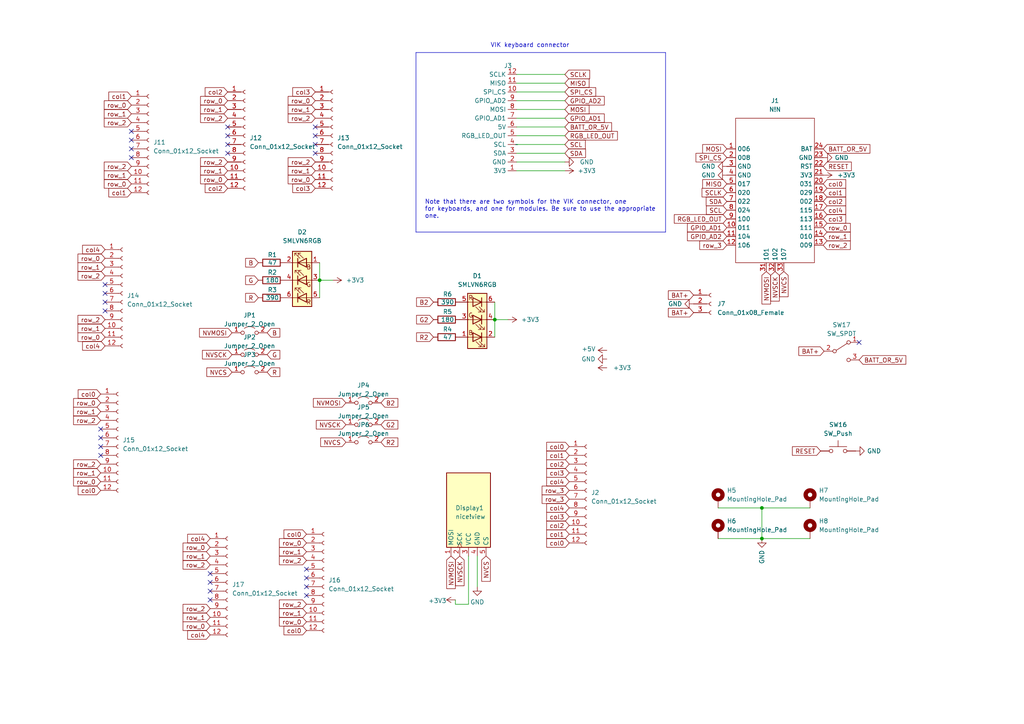
<source format=kicad_sch>
(kicad_sch (version 20231120) (generator "eeschema") (generator_version "8.0")
  (paper "A4")
  (lib_symbols
    (symbol "Connector:Conn_01x03_Female" (pin_names (offset 1.016) hide)
      (property "Reference" "J" (at 0 5.08 0))
      (property "Value" "Conn_01x03_Female" (at 0 -5.08 0))
      (symbol "Conn_01x03_Female_1_1"
        (arc (start 0 -2.032) (mid -0.5058 -2.54) (end 0 -3.048) (stroke (width 0.1524)))
        (polyline (pts (xy -1.27 -2.54) (xy -0.508 -2.54)) (stroke (width 0.1524)))
        (polyline (pts (xy -1.27 0) (xy -0.508 0)) (stroke (width 0.1524)))
        (polyline (pts (xy -1.27 2.54) (xy -0.508 2.54)) (stroke (width 0.1524)))
        (arc (start 0 0.508) (mid -0.5058 0) (end 0 -0.508) (stroke (width 0.1524)))
        (arc (start 0 3.048) (mid -0.5058 2.54) (end 0 2.032) (stroke (width 0.1524)))
        (pin passive line (at -5.08 2.54 0) (length 3.81) (name "Pin_1") (number "1"))
        (pin passive line (at -5.08 0 0) (length 3.81) (name "Pin_2") (number "2"))
        (pin passive line (at -5.08 -2.54 0) (length 3.81) (name "Pin_3") (number "3"))
      )
    )
    (symbol "Connector:Conn_01x12_Socket" (pin_names (offset 1.016) hide)
      (property "Reference" "J" (at 0 15.24 0))
      (property "Value" "Conn_01x12_Socket" (at 0 -17.78 0))
      (symbol "Conn_01x12_Socket_1_1"
        (arc (start 0 -14.732) (mid -0.5058 -15.24) (end 0 -15.748) (stroke (width 0.1524)))
        (arc (start 0 -12.192) (mid -0.5058 -12.7) (end 0 -13.208) (stroke (width 0.1524)))
        (arc (start 0 -9.652) (mid -0.5058 -10.16) (end 0 -10.668) (stroke (width 0.1524)))
        (arc (start 0 -7.112) (mid -0.5058 -7.62) (end 0 -8.128) (stroke (width 0.1524)))
        (arc (start 0 -4.572) (mid -0.5058 -5.08) (end 0 -5.588) (stroke (width 0.1524)))
        (arc (start 0 -2.032) (mid -0.5058 -2.54) (end 0 -3.048) (stroke (width 0.1524)))
        (polyline (pts (xy -1.27 -15.24) (xy -0.508 -15.24)) (stroke (width 0.1524)))
        (polyline (pts (xy -1.27 -12.7) (xy -0.508 -12.7)) (stroke (width 0.1524)))
        (polyline (pts (xy -1.27 -10.16) (xy -0.508 -10.16)) (stroke (width 0.1524)))
        (polyline (pts (xy -1.27 -7.62) (xy -0.508 -7.62)) (stroke (width 0.1524)))
        (polyline (pts (xy -1.27 -5.08) (xy -0.508 -5.08)) (stroke (width 0.1524)))
        (polyline (pts (xy -1.27 -2.54) (xy -0.508 -2.54)) (stroke (width 0.1524)))
        (polyline (pts (xy -1.27 0) (xy -0.508 0)) (stroke (width 0.1524)))
        (polyline (pts (xy -1.27 2.54) (xy -0.508 2.54)) (stroke (width 0.1524)))
        (polyline (pts (xy -1.27 5.08) (xy -0.508 5.08)) (stroke (width 0.1524)))
        (polyline (pts (xy -1.27 7.62) (xy -0.508 7.62)) (stroke (width 0.1524)))
        (polyline (pts (xy -1.27 10.16) (xy -0.508 10.16)) (stroke (width 0.1524)))
        (polyline (pts (xy -1.27 12.7) (xy -0.508 12.7)) (stroke (width 0.1524)))
        (arc (start 0 0.508) (mid -0.5058 0) (end 0 -0.508) (stroke (width 0.1524)))
        (arc (start 0 3.048) (mid -0.5058 2.54) (end 0 2.032) (stroke (width 0.1524)))
        (arc (start 0 5.588) (mid -0.5058 5.08) (end 0 4.572) (stroke (width 0.1524)))
        (arc (start 0 8.128) (mid -0.5058 7.62) (end 0 7.112) (stroke (width 0.1524)))
        (arc (start 0 10.668) (mid -0.5058 10.16) (end 0 9.652) (stroke (width 0.1524)))
        (arc (start 0 13.208) (mid -0.5058 12.7) (end 0 12.192) (stroke (width 0.1524)))
        (pin passive line (at -5.08 12.7 0) (length 3.81) (name "Pin_1") (number "1"))
        (pin passive line (at -5.08 -10.16 0) (length 3.81) (name "Pin_10") (number "10"))
        (pin passive line (at -5.08 -12.7 0) (length 3.81) (name "Pin_11") (number "11"))
        (pin passive line (at -5.08 -15.24 0) (length 3.81) (name "Pin_12") (number "12"))
        (pin passive line (at -5.08 10.16 0) (length 3.81) (name "Pin_2") (number "2"))
        (pin passive line (at -5.08 7.62 0) (length 3.81) (name "Pin_3") (number "3"))
        (pin passive line (at -5.08 5.08 0) (length 3.81) (name "Pin_4") (number "4"))
        (pin passive line (at -5.08 2.54 0) (length 3.81) (name "Pin_5") (number "5"))
        (pin passive line (at -5.08 0 0) (length 3.81) (name "Pin_6") (number "6"))
        (pin passive line (at -5.08 -2.54 0) (length 3.81) (name "Pin_7") (number "7"))
        (pin passive line (at -5.08 -5.08 0) (length 3.81) (name "Pin_8") (number "8"))
        (pin passive line (at -5.08 -7.62 0) (length 3.81) (name "Pin_9") (number "9"))
      )
    )
    (symbol "Device:R" (pin_numbers hide) (pin_names (offset 0))
      (property "Reference" "R" (at 2.032 0 90))
      (property "Value" "R" (at 0 0 90))
      (symbol "R_0_1"
        (rectangle (start -1.016 -2.54) (end 1.016 2.54) (stroke (width 0.254)))
      )
      (symbol "R_1_1"
        (pin passive line (at 0 3.81 270) (length 1.27) (name "~") (number "1"))
        (pin passive line (at 0 -3.81 90) (length 1.27) (name "~") (number "2"))
      )
    )
    (symbol "Jumper:Jumper_2_Open" (pin_names (offset 0) hide)
      (property "Reference" "JP" (at 0 2.794 0))
      (property "Value" "Jumper_2_Open" (at 0 -2.286 0))
      (symbol "Jumper_2_Open_0_0"
        (circle (center -2.032 0) (radius 0.508))
        (circle (center 2.032 0) (radius 0.508))
      )
      (symbol "Jumper_2_Open_0_1"
        (arc (start 1.524 1.27) (mid 0 1.778) (end -1.524 1.27))
      )
      (symbol "Jumper_2_Open_1_1"
        (pin passive line (at -5.08 0 0) (length 2.54) (name "A") (number "1"))
        (pin passive line (at 5.08 0 180) (length 2.54) (name "B") (number "2"))
      )
    )
    (symbol "LED:SMLVN6RGB" (pin_names (offset 0) hide)
      (property "Reference" "D2" (at 0 13.97 0))
      (property "Value" "SMLVN6RGB" (at 0 11.43 0))
      (symbol "SMLVN6RGB_0_1"
        (rectangle (start -2.794 8.382) (end 2.794 -7.62) (stroke (width 0.254)) (fill (type background)))
        (rectangle (start -1.27 -1.27) (end -1.27 1.27))
        (rectangle (start -1.27 1.27) (end -1.27 1.27))
        (rectangle (start -1.27 3.81) (end -1.27 6.35))
        (rectangle (start -1.27 6.35) (end -1.27 6.35))
        (polyline (pts (xy -1.27 -6.35) (xy -1.27 -3.81)) (stroke (width 0.254)))
        (polyline (pts (xy -1.27 -5.08) (xy -2.54 -5.08)))
        (polyline (pts (xy -1.27 -5.08) (xy 1.27 -5.08)))
        (polyline (pts (xy -1.27 -1.27) (xy -1.27 1.27)) (stroke (width 0.254)))
        (polyline (pts (xy -1.27 0) (xy -2.54 0)))
        (polyline (pts (xy -1.27 3.81) (xy -1.27 6.35)) (stroke (width 0.254)))
        (polyline (pts (xy -1.27 5.08) (xy -2.54 5.08)))
        (polyline (pts (xy -1.27 5.08) (xy 1.27 5.08)))
        (polyline (pts (xy 1.27 -5.08) (xy 2.54 -5.08)))
        (polyline (pts (xy 1.27 0) (xy -1.27 0)))
        (polyline (pts (xy 1.27 0) (xy 2.54 0)))
        (polyline (pts (xy 1.27 5.08) (xy 2.54 5.08)))
        (polyline (pts (xy 1.27 1.27) (xy 1.27 -1.27) (xy 1.27 -1.27)))
        (polyline (pts (xy 1.27 6.35) (xy 1.27 3.81) (xy 1.27 3.81)))
        (polyline (pts (xy 1.27 -6.35) (xy 1.27 -3.81) (xy -1.27 -5.08) (xy 1.27 -6.35)) (stroke (width 0.254)))
        (polyline (pts (xy 1.27 -1.27) (xy 1.27 1.27) (xy -1.27 0) (xy 1.27 -1.27)) (stroke (width 0.254)))
        (polyline (pts (xy 1.27 3.81) (xy 1.27 6.35) (xy -1.27 5.08) (xy 1.27 3.81)) (stroke (width 0.254)))
        (polyline (pts (xy -0.635 6.35) (xy -2.159 7.874) (xy -1.397 7.874) (xy -2.159 7.874) (xy -2.159 7.112)))
        (polyline (pts (xy -0.5395 -3.7331) (xy -2.0635 -2.2091) (xy -1.3015 -2.2091) (xy -2.0635 -2.2091) (xy -2.0635 -2.9711)))
        (polyline (pts (xy -0.5395 1.3469) (xy -2.0635 2.8709) (xy -1.3015 2.8709) (xy -2.0635 2.8709) (xy -2.0635 2.1089)))
        (polyline (pts (xy 0.381 6.35) (xy -1.143 7.874) (xy -0.381 7.874) (xy -1.143 7.874) (xy -1.143 7.112)))
        (polyline (pts (xy 0.4765 -3.7331) (xy -1.0475 -2.2091) (xy -0.2855 -2.2091) (xy -1.0475 -2.2091) (xy -1.0475 -2.9711)))
        (polyline (pts (xy 0.4765 1.3469) (xy -1.0475 2.8709) (xy -0.2855 2.8709) (xy -1.0475 2.8709) (xy -1.0475 2.1089)))
      )
      (symbol "SMLVN6RGB_1_0"
        (text "B" (at 1.905 3.81 0) (effects (font (size 1.27 1.27))))
        (text "G" (at 1.905 -1.27 0) (effects (font (size 1.27 1.27))))
        (text "R" (at 1.905 -6.35 0) (effects (font (size 1.27 1.27))))
      )
      (symbol "SMLVN6RGB_1_1"
        (pin passive line (at 5.08 5.08 180) (length 2.54) (name "BK") (number "1"))
        (pin passive line (at -5.08 5.08 0) (length 2.54) (name "BA") (number "2"))
        (pin passive line (at 5.08 0 180) (length 2.54) (name "RK") (number "3"))
        (pin passive line (at -5.08 0 0) (length 2.54) (name "RA") (number "4"))
        (pin passive line (at 5.08 -5.08 180) (length 2.54) (name "GK") (number "5"))
        (pin passive line (at -5.08 -5.08 0) (length 2.54) (name "GA") (number "6"))
      )
    )
    (symbol "Mechanical:MountingHole_Pad" (pin_numbers hide) (pin_names (offset 1.016) hide) (exclude_from_sim yes) (in_bom no)
      (property "Reference" "H" (at 0 6.35 0))
      (property "Value" "MountingHole_Pad" (at 0 4.445 0))
      (symbol "MountingHole_Pad_0_1"
        (circle (center 0 1.27) (radius 1.27) (stroke (width 1.27)))
      )
      (symbol "MountingHole_Pad_1_1"
        (pin input line (at 0 -2.54 90) (length 2.54) (name "1") (number "1"))
      )
    )
    (symbol "Switch:SW_Push" (pin_numbers hide) (pin_names (offset 1.016) hide)
      (property "Reference" "SW" (at 1.27 2.54 0))
      (property "Value" "SW_Push" (at 0 -1.524 0))
      (symbol "SW_Push_0_1"
        (circle (center -2.032 0) (radius 0.508))
        (polyline (pts (xy 0 1.27) (xy 0 3.048)))
        (polyline (pts (xy 2.54 1.27) (xy -2.54 1.27)))
        (circle (center 2.032 0) (radius 0.508))
        (pin passive line (at -5.08 0 0) (length 2.54) (name "1") (number "1"))
        (pin passive line (at 5.08 0 180) (length 2.54) (name "2") (number "2"))
      )
    )
    (symbol "Switch:SW_SPDT" (pin_names (offset 0) hide)
      (property "Reference" "SW" (at 0 4.318 0))
      (property "Value" "SW_SPDT" (at 0 -5.08 0))
      (symbol "SW_SPDT_0_0"
        (circle (center -2.032 0) (radius 0.508))
        (circle (center 2.032 -2.54) (radius 0.508))
      )
      (symbol "SW_SPDT_0_1"
        (polyline (pts (xy -1.524 0.254) (xy 1.651 2.286)))
        (circle (center 2.032 2.54) (radius 0.508))
      )
      (symbol "SW_SPDT_1_1"
        (pin passive line (at 5.08 2.54 180) (length 2.54) (name "A") (number "1"))
        (pin passive line (at -5.08 0 0) (length 2.54) (name "B") (number "2"))
        (pin passive line (at 5.08 -2.54 180) (length 2.54) (name "C") (number "3"))
      )
    )
    (symbol "nice_view:nice!view"
      (property "Reference" "Display" (at 0 12.7 0))
      (property "Value" "nice!view" (at 0 0 0))
      (symbol "nice!view_0_1"
        (rectangle (start -6.35 11.43) (end 6.35 -10.16) (stroke (width 0.254)) (fill (type background)))
      )
      (symbol "nice!view_1_1"
        (pin input line (at -5.08 -12.7 90) (length 2.54) (name "MOSI") (number "1"))
        (pin input clock (at -2.54 -12.7 90) (length 2.54) (name "SCK") (number "2"))
        (pin power_in line (at 0 -12.7 90) (length 2.54) (name "VCC") (number "3"))
        (pin power_out line (at 2.54 -12.7 90) (length 2.54) (name "GND") (number "4"))
        (pin passive line (at 5.08 -12.7 90) (length 2.54) (name "CS") (number "5"))
      )
    )
    (symbol "power:+3V3" (power) (pin_names (offset 0))
      (property "Value" "+3V3" (at 0 3.556 0))
      (symbol "+3V3_0_1"
        (polyline (pts (xy -0.762 1.27) (xy 0 2.54)))
        (polyline (pts (xy 0 0) (xy 0 2.54)))
        (polyline (pts (xy 0 2.54) (xy 0.762 1.27)))
      )
      (symbol "+3V3_1_1"
        (pin power_in line (at 0 0 90) (length 0) hide (name "+3V3") (number "1"))
      )
    )
    (symbol "power:+5V" (power) (pin_names (offset 0))
      (property "Value" "+5V" (at 0 3.556 0))
      (symbol "+5V_0_1"
        (polyline (pts (xy -0.762 1.27) (xy 0 2.54)))
        (polyline (pts (xy 0 0) (xy 0 2.54)))
        (polyline (pts (xy 0 2.54) (xy 0.762 1.27)))
      )
      (symbol "+5V_1_1"
        (pin power_in line (at 0 0 90) (length 0) hide (name "+5V") (number "1"))
      )
    )
    (symbol "power:GND" (power) (pin_names (offset 0))
      (property "Value" "GND" (at 0 -3.81 0))
      (symbol "GND_0_1"
        (polyline (pts (xy 0 0) (xy 0 -1.27) (xy 1.27 -1.27) (xy 0 -2.54) (xy -1.27 -1.27) (xy 0 -1.27)))
      )
      (symbol "GND_1_1"
        (pin power_in line (at 0 0 270) (length 0) hide (name "GND") (number "1"))
      )
    )
    (symbol "vik:vik-keyboard-connector"
      (property "Reference" "J" (at 0 17.78 0))
      (symbol "vik-keyboard-connector_1_1"
        (pin power_out line (at 0 13.97 0) (length 2.54) (name "3V3") (number "1"))
        (pin output line (at 0 -8.89 0) (length 2.54) (name "SPI_CS") (number "10"))
        (pin output line (at 0 -11.43 0) (length 2.54) (name "MISO") (number "11"))
        (pin output line (at 0 -13.97 0) (length 2.54) (name "SCLK") (number "12"))
        (pin power_out line (at 0 11.43 0) (length 2.54) (name "GND") (number "2"))
        (pin output line (at 0 8.89 0) (length 2.54) (name "SDA") (number "3"))
        (pin output line (at 0 6.35 0) (length 2.54) (name "SCL") (number "4"))
        (pin output line (at 0 3.81 0) (length 2.54) (name "RGB_LED_OUT") (number "5"))
        (pin power_out line (at 0 1.27 0) (length 2.54) (name "5V") (number "6"))
        (pin output line (at 0 -1.27 0) (length 2.54) (name "GPIO_AD1") (number "7"))
        (pin output line (at 0 -3.81 0) (length 2.54) (name "MOSI") (number "8"))
        (pin output line (at 0 -6.35 0) (length 2.54) (name "GPIO_AD2") (number "9"))
      )
    )
    (symbol "zzkeeb:MCU_nice-nano"
      (property "Reference" "J?" (at -1.27 0 0))
      (property "Value" "N!N" (at -1.27 -2.54 0))
      (symbol "MCU_nice-nano_0_1"
        (rectangle (start -11.43 21.59) (end 11.43 -20.32) (stroke (width 0.1524)))
      )
      (symbol "MCU_nice-nano_1_1"
        (pin bidirectional line (at -13.97 12.7 0) (length 2.54) (name "006") (number "1"))
        (pin bidirectional line (at -13.97 -10.16 0) (length 2.54) (name "011") (number "10"))
        (pin bidirectional line (at -13.97 -12.7 0) (length 2.54) (name "104") (number "11"))
        (pin bidirectional line (at -13.97 -15.24 0) (length 2.54) (name "106") (number "12"))
        (pin bidirectional line (at 13.97 -15.24 180) (length 2.54) (name "009") (number "13"))
        (pin bidirectional line (at 13.97 -12.7 180) (length 2.54) (name "010") (number "14"))
        (pin bidirectional line (at 13.97 -10.16 180) (length 2.54) (name "111") (number "15"))
        (pin bidirectional line (at 13.97 -7.62 180) (length 2.54) (name "113") (number "16"))
        (pin bidirectional line (at 13.97 -5.08 180) (length 2.54) (name "115") (number "17"))
        (pin bidirectional line (at 13.97 -2.54 180) (length 2.54) (name "002") (number "18"))
        (pin bidirectional line (at 13.97 0 180) (length 2.54) (name "029") (number "19"))
        (pin bidirectional line (at -13.97 10.16 0) (length 2.54) (name "008") (number "2"))
        (pin bidirectional line (at 13.97 2.54 180) (length 2.54) (name "031") (number "20"))
        (pin power_in line (at 13.97 5.08 180) (length 2.54) (name "3V3") (number "21"))
        (pin bidirectional line (at 13.97 7.62 180) (length 2.54) (name "RST") (number "22"))
        (pin power_in line (at 13.97 10.16 180) (length 2.54) (name "GND") (number "23"))
        (pin power_in line (at 13.97 12.7 180) (length 2.54) (name "BAT") (number "24"))
        (pin power_in line (at -13.97 7.62 0) (length 2.54) (name "GND") (number "3"))
        (pin bidirectional line (at -2.54 -22.86 90) (length 2.54) (name "101") (number "31"))
        (pin bidirectional line (at 0 -22.86 90) (length 2.54) (name "102") (number "32"))
        (pin bidirectional line (at 2.54 -22.86 90) (length 2.54) (name "107") (number "33"))
        (pin power_in line (at -13.97 5.08 0) (length 2.54) (name "GND") (number "4"))
        (pin bidirectional line (at -13.97 2.54 0) (length 2.54) (name "017") (number "5"))
        (pin bidirectional line (at -13.97 0 0) (length 2.54) (name "020") (number "6"))
        (pin bidirectional line (at -13.97 -2.54 0) (length 2.54) (name "022") (number "7"))
        (pin bidirectional line (at -13.97 -5.08 0) (length 2.54) (name "024") (number "8"))
        (pin bidirectional line (at -13.97 -7.62 0) (length 2.54) (name "100") (number "9"))
      )
    )
  )
  (junction (at 143.51 92.71))
  (junction (at 220.98 147.32))
  (junction (at 92.71 81.28))
  (junction (at 220.98 156.21))
  (no_connect (at 30.48 82.55))
  (no_connect (at 249.174 99.314))
  (no_connect (at 60.96 168.91))
  (no_connect (at 88.9 170.18))
  (no_connect (at 88.9 172.72))
  (no_connect (at 29.21 132.08))
  (no_connect (at 88.9 165.1))
  (no_connect (at 38.1 40.64))
  (no_connect (at 38.1 43.18))
  (no_connect (at 30.48 90.17))
  (no_connect (at 38.1 38.1))
  (no_connect (at 91.44 41.91))
  (no_connect (at 38.1 45.72))
  (no_connect (at 66.04 41.91))
  (no_connect (at 66.04 36.83))
  (no_connect (at 66.04 44.45))
  (no_connect (at 30.48 87.63))
  (no_connect (at 66.04 39.37))
  (no_connect (at 29.21 124.46))
  (no_connect (at 60.96 173.99))
  (no_connect (at 30.48 85.09))
  (no_connect (at 91.44 39.37))
  (no_connect (at 91.44 36.83))
  (no_connect (at 91.44 44.45))
  (no_connect (at 60.96 166.37))
  (no_connect (at 29.21 129.54))
  (no_connect (at 60.96 171.45))
  (no_connect (at 29.21 127))
  (no_connect (at 88.9 167.64))
  (wire (pts (xy 149.86 36.83) (xy 163.83 36.83)))
  (wire (pts (xy 149.86 26.67) (xy 163.83 26.67)))
  (wire (pts (xy 149.86 41.91) (xy 163.83 41.91)))
  (wire (pts (xy 220.98 147.32) (xy 234.95 147.32)))
  (wire (pts (xy 135.89 161.29) (xy 135.89 175.26)))
  (wire (pts (xy 149.86 46.99) (xy 163.83 46.99)))
  (wire (pts (xy 149.86 49.53) (xy 163.83 49.53)))
  (wire (pts (xy 143.51 87.63) (xy 143.51 92.71)))
  (wire (pts (xy 149.86 31.75) (xy 163.83 31.75)))
  (polyline (pts (xy 120.65 15.24) (xy 120.65 67.31)))
  (wire (pts (xy 96.52 81.28) (xy 92.71 81.28)))
  (polyline (pts (xy 193.04 15.24) (xy 193.04 67.31)))
  (wire (pts (xy 149.86 24.13) (xy 163.83 24.13)))
  (wire (pts (xy 135.89 175.26) (xy 132.08 175.26)))
  (wire (pts (xy 149.86 34.29) (xy 163.83 34.29)))
  (wire (pts (xy 149.86 39.37) (xy 163.83 39.37)))
  (wire (pts (xy 143.51 92.71) (xy 143.51 97.79)))
  (wire (pts (xy 92.71 76.2) (xy 92.71 81.28)))
  (wire (pts (xy 92.71 81.28) (xy 92.71 86.36)))
  (wire (pts (xy 220.98 147.32) (xy 220.98 156.21)))
  (wire (pts (xy 220.98 156.21) (xy 234.95 156.21)))
  (wire (pts (xy 138.43 161.29) (xy 138.43 170.18)))
  (wire (pts (xy 132.08 175.26) (xy 132.08 173.99)))
  (polyline (pts (xy 120.65 15.24) (xy 193.04 15.24)))
  (wire (pts (xy 208.28 156.21) (xy 220.98 156.21)))
  (wire (pts (xy 147.32 92.71) (xy 143.51 92.71)))
  (wire (pts (xy 149.86 21.59) (xy 163.83 21.59)))
  (polyline (pts (xy 193.04 67.31) (xy 120.65 67.31)))
  (wire (pts (xy 149.86 44.45) (xy 163.83 44.45)))
  (wire (pts (xy 208.28 147.32) (xy 220.98 147.32)))
  (wire (pts (xy 149.86 29.21) (xy 163.83 29.21)))
  (text "Note that there are two symbols for the VIK connector, one\nfor keyboards, and one for modules. Be sure to use the appropriate\none." (at 123.19 63.5 0) (effects (font (size 1.27 1.27)) (justify left bottom)))
  (text "VIK keyboard connector" (at 142.24 13.97 0) (effects (font (size 1.27 1.27)) (justify left bottom)))
  (global_label "G2" (shape input) (at 125.73 92.71 180) (property "Intersheetrefs" "${INTERSHEET_REFS}" (effects (hide yes))))
  (global_label "MOSI" (shape input) (at 163.83 31.75 0) (property "Intersheetrefs" "${INTERSHEET_REFS}" (effects (hide yes))))
  (global_label "row_0" (shape input) (at 60.96 181.61 180) (property "Intersheetrefs" "${INTERSHEET_REFS}" (effects (hide yes))))
  (global_label "row_0" (shape input) (at 30.48 97.79 180) (property "Intersheetrefs" "${INTERSHEET_REFS}" (effects (hide yes))))
  (global_label "GPIO_AD2" (shape input) (at 163.83 29.21 0) (property "Intersheetrefs" "${INTERSHEET_REFS}" (effects (hide yes))))
  (global_label "col3" (shape input) (at 91.44 26.67 180) (property "Intersheetrefs" "${INTERSHEET_REFS}" (effects (hide yes))))
  (global_label "row_0" (shape input) (at 88.9 157.48 180) (property "Intersheetrefs" "${INTERSHEET_REFS}" (effects (hide yes))))
  (global_label "row_2" (shape input) (at 91.44 34.29 180) (property "Intersheetrefs" "${INTERSHEET_REFS}" (effects (hide yes))))
  (global_label "GPIO_AD2" (shape input) (at 210.82 68.58 180) (property "Intersheetrefs" "${INTERSHEET_REFS}" (effects (hide yes))))
  (global_label "MOSI" (shape input) (at 210.82 43.18 180) (property "Intersheetrefs" "${INTERSHEET_REFS}" (effects (hide yes))))
  (global_label "col3" (shape input) (at 91.44 54.61 180) (property "Intersheetrefs" "${INTERSHEET_REFS}" (effects (hide yes))))
  (global_label "SCLK" (shape input) (at 163.83 21.59 0) (property "Intersheetrefs" "${INTERSHEET_REFS}" (effects (hide yes))))
  (global_label "col0" (shape input) (at 165.1 157.48 180) (property "Intersheetrefs" "${INTERSHEET_REFS}" (effects (hide yes))))
  (global_label "col4" (shape input) (at 60.96 156.21 180) (property "Intersheetrefs" "${INTERSHEET_REFS}" (effects (hide yes))))
  (global_label "RGB_LED_OUT" (shape input) (at 210.82 63.5 180) (property "Intersheetrefs" "${INTERSHEET_REFS}" (effects (hide yes))))
  (global_label "col1" (shape input) (at 38.1 27.94 180) (property "Intersheetrefs" "${INTERSHEET_REFS}" (effects (hide yes))))
  (global_label "col4" (shape input) (at 165.1 147.32 180) (property "Intersheetrefs" "${INTERSHEET_REFS}" (effects (hide yes))))
  (global_label "MISO" (shape input) (at 210.82 53.34 180) (property "Intersheetrefs" "${INTERSHEET_REFS}" (effects (hide yes))))
  (global_label "RESET" (shape input) (at 237.998 130.81 180) (property "Intersheetrefs" "${INTERSHEET_REFS}" (effects (hide yes))))
  (global_label "NVCS" (shape input) (at 140.97 161.29 270) (property "Intersheetrefs" "${INTERSHEET_REFS}" (effects (hide yes))))
  (global_label "row_0" (shape input) (at 29.21 139.7 180) (property "Intersheetrefs" "${INTERSHEET_REFS}" (effects (hide yes))))
  (global_label "row_2" (shape input) (at 66.04 34.29 180) (property "Intersheetrefs" "${INTERSHEET_REFS}" (effects (hide yes))))
  (global_label "R" (shape input) (at 74.93 86.36 180) (property "Intersheetrefs" "${INTERSHEET_REFS}" (effects (hide yes))))
  (global_label "R" (shape input) (at 77.47 107.95 0) (property "Intersheetrefs" "${INTERSHEET_REFS}" (effects (hide yes))))
  (global_label "col0" (shape input) (at 238.76 53.34 0) (property "Intersheetrefs" "${INTERSHEET_REFS}" (effects (hide yes))))
  (global_label "row_0" (shape input) (at 66.04 29.21 180) (property "Intersheetrefs" "${INTERSHEET_REFS}" (effects (hide yes))))
  (global_label "row_1" (shape input) (at 60.96 179.07 180) (property "Intersheetrefs" "${INTERSHEET_REFS}" (effects (hide yes))))
  (global_label "row_0" (shape input) (at 38.1 53.34 180) (property "Intersheetrefs" "${INTERSHEET_REFS}" (effects (hide yes))))
  (global_label "NVSCK" (shape input) (at 224.79 78.74 270) (property "Intersheetrefs" "${INTERSHEET_REFS}" (effects (hide yes))))
  (global_label "SCL" (shape input) (at 210.82 60.96 180) (property "Intersheetrefs" "${INTERSHEET_REFS}" (effects (hide yes))))
  (global_label "BATT_OR_5V" (shape input) (at 249.174 104.394 0) (property "Intersheetrefs" "${INTERSHEET_REFS}" (effects (hide yes))))
  (global_label "row_1" (shape input) (at 30.48 95.25 180) (property "Intersheetrefs" "${INTERSHEET_REFS}" (effects (hide yes))))
  (global_label "BAT+" (shape input) (at 201.168 90.678 180) (property "Intersheetrefs" "${INTERSHEET_REFS}" (effects (hide yes))))
  (global_label "G" (shape input) (at 74.93 81.28 180) (property "Intersheetrefs" "${INTERSHEET_REFS}" (effects (hide yes))))
  (global_label "NVMOSI" (shape input) (at 67.31 96.52 180) (property "Intersheetrefs" "${INTERSHEET_REFS}" (effects (hide yes))))
  (global_label "col2" (shape input) (at 66.04 26.67 180) (property "Intersheetrefs" "${INTERSHEET_REFS}" (effects (hide yes))))
  (global_label "col4" (shape input) (at 60.96 184.15 180) (property "Intersheetrefs" "${INTERSHEET_REFS}" (effects (hide yes))))
  (global_label "row_1" (shape input) (at 66.04 31.75 180) (property "Intersheetrefs" "${INTERSHEET_REFS}" (effects (hide yes))))
  (global_label "col2" (shape input) (at 165.1 134.62 180) (property "Intersheetrefs" "${INTERSHEET_REFS}" (effects (hide yes))))
  (global_label "row_0" (shape input) (at 91.44 52.07 180) (property "Intersheetrefs" "${INTERSHEET_REFS}" (effects (hide yes))))
  (global_label "B" (shape input) (at 77.47 96.52 0) (property "Intersheetrefs" "${INTERSHEET_REFS}" (effects (hide yes))))
  (global_label "col3" (shape input) (at 238.76 63.5 0) (property "Intersheetrefs" "${INTERSHEET_REFS}" (effects (hide yes))))
  (global_label "GPIO_AD1" (shape input) (at 210.82 66.04 180) (property "Intersheetrefs" "${INTERSHEET_REFS}" (effects (hide yes))))
  (global_label "NVSCK" (shape input) (at 133.35 161.29 270) (property "Intersheetrefs" "${INTERSHEET_REFS}" (effects (hide yes))))
  (global_label "NVCS" (shape input) (at 67.31 107.95 180) (property "Intersheetrefs" "${INTERSHEET_REFS}" (effects (hide yes))))
  (global_label "row_1" (shape input) (at 238.76 68.58 0) (property "Intersheetrefs" "${INTERSHEET_REFS}" (effects (hide yes))))
  (global_label "row_0" (shape input) (at 29.21 116.84 180) (property "Intersheetrefs" "${INTERSHEET_REFS}" (effects (hide yes))))
  (global_label "row_3" (shape input) (at 210.82 71.12 180) (property "Intersheetrefs" "${INTERSHEET_REFS}" (effects (hide yes))))
  (global_label "col2" (shape input) (at 165.1 152.4 180) (property "Intersheetrefs" "${INTERSHEET_REFS}" (effects (hide yes))))
  (global_label "BAT+" (shape input) (at 239.014 101.854 180) (property "Intersheetrefs" "${INTERSHEET_REFS}" (effects (hide yes))))
  (global_label "B" (shape input) (at 74.93 76.2 180) (property "Intersheetrefs" "${INTERSHEET_REFS}" (effects (hide yes))))
  (global_label "B2" (shape input) (at 110.49 116.84 0) (property "Intersheetrefs" "${INTERSHEET_REFS}" (effects (hide yes))))
  (global_label "row_2" (shape input) (at 38.1 48.26 180) (property "Intersheetrefs" "${INTERSHEET_REFS}" (effects (hide yes))))
  (global_label "NVCS" (shape input) (at 227.33 78.74 270) (property "Intersheetrefs" "${INTERSHEET_REFS}" (effects (hide yes))))
  (global_label "row_2" (shape input) (at 60.96 163.83 180) (property "Intersheetrefs" "${INTERSHEET_REFS}" (effects (hide yes))))
  (global_label "col0" (shape input) (at 88.9 182.88 180) (property "Intersheetrefs" "${INTERSHEET_REFS}" (effects (hide yes))))
  (global_label "row_1" (shape input) (at 60.96 161.29 180) (property "Intersheetrefs" "${INTERSHEET_REFS}" (effects (hide yes))))
  (global_label "row_2" (shape input) (at 30.48 92.71 180) (property "Intersheetrefs" "${INTERSHEET_REFS}" (effects (hide yes))))
  (global_label "NVCS" (shape input) (at 100.33 128.27 180) (property "Intersheetrefs" "${INTERSHEET_REFS}" (effects (hide yes))))
  (global_label "SPI_CS" (shape input) (at 163.83 26.67 0) (property "Intersheetrefs" "${INTERSHEET_REFS}" (effects (hide yes))))
  (global_label "RGB_LED_OUT" (shape input) (at 163.83 39.37 0) (property "Intersheetrefs" "${INTERSHEET_REFS}" (effects (hide yes))))
  (global_label "R2" (shape input) (at 110.49 128.27 0) (property "Intersheetrefs" "${INTERSHEET_REFS}" (effects (hide yes))))
  (global_label "row_2" (shape input) (at 29.21 134.62 180) (property "Intersheetrefs" "${INTERSHEET_REFS}" (effects (hide yes))))
  (global_label "row_2" (shape input) (at 88.9 175.26 180) (property "Intersheetrefs" "${INTERSHEET_REFS}" (effects (hide yes))))
  (global_label "row_3" (shape input) (at 165.1 144.78 180) (property "Intersheetrefs" "${INTERSHEET_REFS}" (effects (hide yes))))
  (global_label "col3" (shape input) (at 165.1 137.16 180) (property "Intersheetrefs" "${INTERSHEET_REFS}" (effects (hide yes))))
  (global_label "row_2" (shape input) (at 238.76 71.12 0) (property "Intersheetrefs" "${INTERSHEET_REFS}" (effects (hide yes))))
  (global_label "row_0" (shape input) (at 38.1 30.48 180) (property "Intersheetrefs" "${INTERSHEET_REFS}" (effects (hide yes))))
  (global_label "GPIO_AD1" (shape input) (at 163.83 34.29 0) (property "Intersheetrefs" "${INTERSHEET_REFS}" (effects (hide yes))))
  (global_label "SCL" (shape input) (at 163.83 41.91 0) (property "Intersheetrefs" "${INTERSHEET_REFS}" (effects (hide yes))))
  (global_label "row_3" (shape input) (at 165.1 142.24 180) (property "Intersheetrefs" "${INTERSHEET_REFS}" (effects (hide yes))))
  (global_label "col4" (shape input) (at 30.48 72.39 180) (property "Intersheetrefs" "${INTERSHEET_REFS}" (effects (hide yes))))
  (global_label "MISO" (shape input) (at 163.83 24.13 0) (property "Intersheetrefs" "${INTERSHEET_REFS}" (effects (hide yes))))
  (global_label "col3" (shape input) (at 165.1 149.86 180) (property "Intersheetrefs" "${INTERSHEET_REFS}" (effects (hide yes))))
  (global_label "row_1" (shape input) (at 38.1 33.02 180) (property "Intersheetrefs" "${INTERSHEET_REFS}" (effects (hide yes))))
  (global_label "row_1" (shape input) (at 29.21 137.16 180) (property "Intersheetrefs" "${INTERSHEET_REFS}" (effects (hide yes))))
  (global_label "col1" (shape input) (at 165.1 132.08 180) (property "Intersheetrefs" "${INTERSHEET_REFS}" (effects (hide yes))))
  (global_label "col1" (shape input) (at 38.1 55.88 180) (property "Intersheetrefs" "${INTERSHEET_REFS}" (effects (hide yes))))
  (global_label "NVMOSI" (shape input) (at 222.25 78.74 270) (property "Intersheetrefs" "${INTERSHEET_REFS}" (effects (hide yes))))
  (global_label "row_1" (shape input) (at 30.48 77.47 180) (property "Intersheetrefs" "${INTERSHEET_REFS}" (effects (hide yes))))
  (global_label "BATT_OR_5V" (shape input) (at 163.83 36.83 0) (property "Intersheetrefs" "${INTERSHEET_REFS}" (effects (hide yes))))
  (global_label "row_0" (shape input) (at 238.76 66.04 0) (property "Intersheetrefs" "${INTERSHEET_REFS}" (effects (hide yes))))
  (global_label "row_0" (shape input) (at 88.9 180.34 180) (property "Intersheetrefs" "${INTERSHEET_REFS}" (effects (hide yes))))
  (global_label "SPI_CS" (shape input) (at 210.82 45.72 180) (property "Intersheetrefs" "${INTERSHEET_REFS}" (effects (hide yes))))
  (global_label "NVMOSI" (shape input) (at 100.33 116.84 180) (property "Intersheetrefs" "${INTERSHEET_REFS}" (effects (hide yes))))
  (global_label "row_0" (shape input) (at 66.04 52.07 180) (property "Intersheetrefs" "${INTERSHEET_REFS}" (effects (hide yes))))
  (global_label "row_2" (shape input) (at 91.44 46.99 180) (property "Intersheetrefs" "${INTERSHEET_REFS}" (effects (hide yes))))
  (global_label "NVMOSI" (shape input) (at 130.81 161.29 270) (property "Intersheetrefs" "${INTERSHEET_REFS}" (effects (hide yes))))
  (global_label "row_1" (shape input) (at 91.44 31.75 180) (property "Intersheetrefs" "${INTERSHEET_REFS}" (effects (hide yes))))
  (global_label "row_1" (shape input) (at 38.1 50.8 180) (property "Intersheetrefs" "${INTERSHEET_REFS}" (effects (hide yes))))
  (global_label "row_1" (shape input) (at 29.21 119.38 180) (property "Intersheetrefs" "${INTERSHEET_REFS}" (effects (hide yes))))
  (global_label "row_0" (shape input) (at 30.48 74.93 180) (property "Intersheetrefs" "${INTERSHEET_REFS}" (effects (hide yes))))
  (global_label "G" (shape input) (at 77.47 102.87 0) (property "Intersheetrefs" "${INTERSHEET_REFS}" (effects (hide yes))))
  (global_label "SDA" (shape input) (at 163.83 44.45 0) (property "Intersheetrefs" "${INTERSHEET_REFS}" (effects (hide yes))))
  (global_label "row_2" (shape input) (at 60.96 176.53 180) (property "Intersheetrefs" "${INTERSHEET_REFS}" (effects (hide yes))))
  (global_label "col0" (shape input) (at 29.21 114.3 180) (property "Intersheetrefs" "${INTERSHEET_REFS}" (effects (hide yes))))
  (global_label "R2" (shape input) (at 125.73 97.79 180) (property "Intersheetrefs" "${INTERSHEET_REFS}" (effects (hide yes))))
  (global_label "row_2" (shape input) (at 29.21 121.92 180) (property "Intersheetrefs" "${INTERSHEET_REFS}" (effects (hide yes))))
  (global_label "RESET" (shape input) (at 238.76 48.26 0) (property "Intersheetrefs" "${INTERSHEET_REFS}" (effects (hide yes))))
  (global_label "col4" (shape input) (at 165.1 139.7 180) (property "Intersheetrefs" "${INTERSHEET_REFS}" (effects (hide yes))))
  (global_label "G2" (shape input) (at 110.49 123.19 0) (property "Intersheetrefs" "${INTERSHEET_REFS}" (effects (hide yes))))
  (global_label "NVSCK" (shape input) (at 67.31 102.87 180) (property "Intersheetrefs" "${INTERSHEET_REFS}" (effects (hide yes))))
  (global_label "row_1" (shape input) (at 88.9 160.02 180) (property "Intersheetrefs" "${INTERSHEET_REFS}" (effects (hide yes))))
  (global_label "BAT+" (shape input) (at 201.168 85.598 180) (property "Intersheetrefs" "${INTERSHEET_REFS}" (effects (hide yes))))
  (global_label "col4" (shape input) (at 30.48 100.33 180) (property "Intersheetrefs" "${INTERSHEET_REFS}" (effects (hide yes))))
  (global_label "row_1" (shape input) (at 91.44 49.53 180) (property "Intersheetrefs" "${INTERSHEET_REFS}" (effects (hide yes))))
  (global_label "col0" (shape input) (at 88.9 154.94 180) (property "Intersheetrefs" "${INTERSHEET_REFS}" (effects (hide yes))))
  (global_label "NVSCK" (shape input) (at 100.33 123.19 180) (property "Intersheetrefs" "${INTERSHEET_REFS}" (effects (hide yes))))
  (global_label "row_2" (shape input) (at 88.9 162.56 180) (property "Intersheetrefs" "${INTERSHEET_REFS}" (effects (hide yes))))
  (global_label "row_0" (shape input) (at 60.96 158.75 180) (property "Intersheetrefs" "${INTERSHEET_REFS}" (effects (hide yes))))
  (global_label "row_2" (shape input) (at 66.04 46.99 180) (property "Intersheetrefs" "${INTERSHEET_REFS}" (effects (hide yes))))
  (global_label "col2" (shape input) (at 238.76 58.42 0) (property "Intersheetrefs" "${INTERSHEET_REFS}" (effects (hide yes))))
  (global_label "BATT_OR_5V" (shape input) (at 238.76 43.18 0) (property "Intersheetrefs" "${INTERSHEET_REFS}" (effects (hide yes))))
  (global_label "row_2" (shape input) (at 30.48 80.01 180) (property "Intersheetrefs" "${INTERSHEET_REFS}" (effects (hide yes))))
  (global_label "col1" (shape input) (at 165.1 154.94 180) (property "Intersheetrefs" "${INTERSHEET_REFS}" (effects (hide yes))))
  (global_label "col1" (shape input) (at 238.76 55.88 0) (property "Intersheetrefs" "${INTERSHEET_REFS}" (effects (hide yes))))
  (global_label "col2" (shape input) (at 66.04 54.61 180) (property "Intersheetrefs" "${INTERSHEET_REFS}" (effects (hide yes))))
  (global_label "row_0" (shape input) (at 91.44 29.21 180) (property "Intersheetrefs" "${INTERSHEET_REFS}" (effects (hide yes))))
  (global_label "row_1" (shape input) (at 66.04 49.53 180) (property "Intersheetrefs" "${INTERSHEET_REFS}" (effects (hide yes))))
  (global_label "SCLK" (shape input) (at 210.82 55.88 180) (property "Intersheetrefs" "${INTERSHEET_REFS}" (effects (hide yes))))
  (global_label "col4" (shape input) (at 238.76 60.96 0) (property "Intersheetrefs" "${INTERSHEET_REFS}" (effects (hide yes))))
  (global_label "B2" (shape input) (at 125.73 87.63 180) (property "Intersheetrefs" "${INTERSHEET_REFS}" (effects (hide yes))))
  (global_label "col0" (shape input) (at 165.1 129.54 180) (property "Intersheetrefs" "${INTERSHEET_REFS}" (effects (hide yes))))
  (global_label "col0" (shape input) (at 29.21 142.24 180) (property "Intersheetrefs" "${INTERSHEET_REFS}" (effects (hide yes))))
  (global_label "row_1" (shape input) (at 88.9 177.8 180) (property "Intersheetrefs" "${INTERSHEET_REFS}" (effects (hide yes))))
  (global_label "SDA" (shape input) (at 210.82 58.42 180) (property "Intersheetrefs" "${INTERSHEET_REFS}" (effects (hide yes))))
  (global_label "row_2" (shape input) (at 38.1 35.56 180) (property "Intersheetrefs" "${INTERSHEET_REFS}" (effects (hide yes))))
  (symbol (lib_id "power:GND") (at 201.168 88.138 270) (unit 1)
    (property "Reference" "#PWR0106" (effects (hide yes)))
    (property "Value" "GND" (at 197.866 88.138 90) (effects (justify right)))
  )
  (symbol (lib_id "power:+3V3") (at 238.76 50.8 270) (unit 1)
    (property "Reference" "#PWR0102" (effects (hide yes)))
    (property "Value" "+3V3" (at 242.824 50.7999 90) (effects (justify left)))
  )
  (symbol (lib_id "Mechanical:MountingHole_Pad") (at 208.28 153.67 0) (unit 1) (exclude_from_sim yes) (in_bom no)
    (property "Reference" "H6" (at 210.82 151.1299 0) (effects (justify left)))
    (property "Value" "MountingHole_Pad" (at 210.82 153.6699 0) (effects (justify left)))
    (property "Footprint" "Alaa:MountingHole_M3" (effects (hide yes)))
    (property "Description" "Mounting Hole with connection" (effects (hide yes)))
  )
  (symbol (lib_id "power:+3V3") (at 96.52 81.28 270) (unit 1)
    (property "Reference" "#PWR08" (effects (hide yes)))
    (property "Value" "+3V3" (at 100.33 81.2799 90) (effects (justify left)))
  )
  (symbol (lib_id "vik:vik-keyboard-connector") (at 149.86 35.56 180) (unit 1)
    (property "Reference" "J3" (at 147.32 19.05 0))
    (property "Value" "~" (at 149.86 41.91 0))
    (property "Footprint" "vik:vik-keyboard-connector-horizontal" (effects (hide yes)))
    (property "LCSC" "C479750" (effects (hide yes)))
  )
  (symbol (lib_id "Connector:Conn_01x12_Socket") (at 43.18 40.64 0) (unit 1)
    (property "Reference" "J11" (at 44.45 41.275 0) (effects (justify left)))
    (property "Value" "Conn_01x12_Socket" (at 44.45 43.815 0) (effects (justify left)))
    (property "Footprint" "Alaa:FPC-SMD_FPC05012-09200-.5mm-rev" (effects (hide yes)))
    (property "LCSC(not included)" "C479750" (effects (hide yes)))
  )
  (symbol (lib_id "Mechanical:MountingHole_Pad") (at 208.28 144.78 0) (unit 1) (exclude_from_sim yes) (in_bom no)
    (property "Reference" "H5" (at 210.82 142.2399 0) (effects (justify left)))
    (property "Value" "MountingHole_Pad" (at 210.82 144.7799 0) (effects (justify left)))
    (property "Footprint" "Alaa:MountingHole_M3" (effects (hide yes)))
    (property "Description" "Mounting Hole with connection" (effects (hide yes)))
  )
  (symbol (lib_id "power:GND") (at 248.158 130.81 90) (unit 1)
    (property "Reference" "#PWR0105" (effects (hide yes)))
    (property "Value" "GND" (at 251.46 130.81 90) (effects (justify right)))
  )
  (symbol (lib_id "Connector:Conn_01x12_Socket") (at 96.52 39.37 0) (unit 1)
    (property "Reference" "J13" (at 97.79 40.005 0) (effects (justify left)))
    (property "Value" "Conn_01x12_Socket" (at 97.79 42.545 0) (effects (justify left)))
    (property "Footprint" "Alaa:FPC-SMD_FPC05012-09200-.5mm-rev" (effects (hide yes)))
    (property "LCSC(not included)" "C479750" (effects (hide yes)))
  )
  (symbol (lib_id "LED:SMLVN6RGB") (at 87.63 81.28 0) (unit 1)
    (property "Reference" "D2" (at 87.63 67.31 0))
    (property "Value" "SMLVN6RGB" (at 87.63 69.85 0))
    (property "Footprint" "LED_SMD:LED_RGB_5050-6" (effects (hide yes)))
    (property "Datasheet" "https://www.rohm.com/datasheet/SMLVN6RGB1U" (effects (hide yes)))
    (property "Description" "High Brightness Tri-Color LED, RGB, 3.5x2.8mm" (effects (hide yes)))
    (property "LCSC" "C409780" (effects (hide yes)))
  )
  (symbol (lib_id "power:+3V3") (at 147.32 92.71 270) (unit 1)
    (property "Reference" "#PWR09" (effects (hide yes)))
    (property "Value" "+3V3" (at 151.13 92.7099 90) (effects (justify left)))
  )
  (symbol (lib_id "power:GND") (at 176.022 104.14 270) (unit 1)
    (property "Reference" "#PWR0109" (effects (hide yes)))
    (property "Value" "GND" (at 172.72 104.14 90) (effects (justify right)))
  )
  (symbol (lib_id "zzkeeb:MCU_nice-nano") (at 224.79 55.88 0) (unit 1)
    (property "Reference" "J1" (at 224.79 29.21 0))
    (property "Value" "N!N" (at 224.79 31.75 0))
    (property "Footprint" "Alaa:MCU_nice-nano" (effects (hide yes)))
  )
  (symbol (lib_id "Switch:SW_Push") (at 243.078 130.81 0) (unit 1)
    (property "Reference" "SW16" (at 243.078 123.19 0))
    (property "Value" "SW_Push" (at 243.078 125.73 0))
    (property "Footprint" "Alaa:ResetSW" (effects (hide yes)))
  )
  (symbol (lib_id "LED:SMLVN6RGB") (at 138.43 92.71 180) (unit 1)
    (property "Reference" "D1" (at 138.43 80.01 0))
    (property "Value" "SMLVN6RGB" (at 138.43 82.55 0))
    (property "Footprint" "Alaa:MHP5050RGBDT" (effects (hide yes)))
    (property "Datasheet" "https://www.rohm.com/datasheet/SMLVN6RGB1U" (effects (hide yes)))
    (property "Description" "High Brightness Tri-Color LED, RGB, 3.5x2.8mm" (effects (hide yes)))
    (property "LCSC" "C409780" (effects (hide yes)))
  )
  (symbol (lib_id "Jumper:Jumper_2_Open") (at 105.41 116.84 0) (unit 1)
    (property "Reference" "JP4" (at 105.41 111.76 0))
    (property "Value" "Jumper_2_Open" (at 105.41 114.3 0))
    (property "Footprint" "Jumper:SolderJumper-2_P1.3mm_Open_TrianglePad1.0x1.5mm" (effects (hide yes)))
  )
  (symbol (lib_id "Jumper:Jumper_2_Open") (at 105.41 128.27 0) (unit 1)
    (property "Reference" "JP6" (at 105.41 123.19 0))
    (property "Value" "Jumper_2_Open" (at 105.41 125.73 0))
    (property "Footprint" "Jumper:SolderJumper-2_P1.3mm_Open_TrianglePad1.0x1.5mm" (effects (hide yes)))
  )
  (symbol (lib_id "power:GND") (at 138.43 170.18 0) (unit 1)
    (property "Reference" "#PWR06" (effects (hide yes)))
    (property "Value" "GND" (at 138.43 174.6234 0))
  )
  (symbol (lib_id "Connector:Conn_01x12_Socket") (at 34.29 127 0) (unit 1)
    (property "Reference" "J15" (at 35.56 127.635 0) (effects (justify left)))
    (property "Value" "Conn_01x12_Socket" (at 35.56 130.175 0) (effects (justify left)))
    (property "Footprint" "Alaa:FPC-SMD_FPC05012-09200-.5mm-rev" (effects (hide yes)))
    (property "LCSC(not included)" "C479750" (effects (hide yes)))
  )
  (symbol (lib_id "power:GND") (at 220.98 156.21 0) (unit 1)
    (property "Reference" "#PWR05" (effects (hide yes)))
    (property "Value" "GND" (at 220.98 159.512 90) (effects (justify right)))
  )
  (symbol (lib_id "nice_view:nice!view") (at 135.89 148.59 0) (unit 1)
    (property "Reference" "Display1" (at 132.08 147.3231 0) (effects (justify left)))
    (property "Value" "nice!view" (at 132.08 149.86 0) (effects (justify left)))
    (property "Footprint" "Alaa:nice_view" (effects (hide yes)))
    (property "Datasheet" "https://nicekeyboards.com/docs/nice-view/pinout-schematic" (effects (hide yes)))
  )
  (symbol (lib_id "Connector:Conn_01x12_Socket") (at 170.18 142.24 0) (unit 1)
    (property "Reference" "J2" (at 171.45 142.875 0) (effects (justify left)))
    (property "Value" "Conn_01x12_Socket" (at 171.45 145.415 0) (effects (justify left)))
    (property "Footprint" "Alaa:FPC-SMD_FPC05012-09200-.5mm-rev" (effects (hide yes)))
    (property "LCSC(not included)" "C479750" (effects (hide yes)))
  )
  (symbol (lib_id "Switch:SW_SPDT") (at 244.094 101.854 0) (unit 1)
    (property "Reference" "SW17" (at 244.094 94.234 0))
    (property "Value" "SW_SPDT" (at 244.094 96.774 0))
    (property "Footprint" "Alaa:SW_CuK_OS102011MA1QN1_SPDT_Angled" (effects (hide yes)))
    (property "LCSC(not included)" "C226259" (effects (hide yes)))
  )
  (symbol (lib_id "power:GND") (at 238.76 45.72 90) (unit 1)
    (property "Reference" "#PWR0101" (effects (hide yes)))
    (property "Value" "GND" (at 242.062 45.72 90) (effects (justify right)))
  )
  (symbol (lib_id "power:GND") (at 210.82 50.8 270) (unit 1)
    (property "Reference" "#PWR04" (effects (hide yes)))
    (property "Value" "GND" (at 207.518 50.8 90) (effects (justify right)))
  )
  (symbol (lib_id "Connector:Conn_01x03_Female") (at 206.248 88.138 0) (unit 1)
    (property "Reference" "J7" (at 208.026 88.1379 0) (effects (justify left)))
    (property "Value" "Conn_01x08_Female" (at 208.026 90.6779 0) (effects (justify left)))
    (property "Footprint" "Alaa:3JST_BAT" (effects (hide yes)))
  )
  (symbol (lib_id "power:+3V3") (at 176.022 106.68 90) (unit 1)
    (property "Reference" "#PWR0108" (effects (hide yes)))
    (property "Value" "+3V3" (at 177.8 106.6799 90) (effects (justify right)))
  )
  (symbol (lib_id "Device:R") (at 78.74 86.36 90) (unit 1)
    (property "Reference" "R3" (at 78.994 84.074 90))
    (property "Value" "390" (at 78.994 86.36 90))
    (property "Footprint" "Resistor_SMD:R_0805_2012Metric" (effects (hide yes)))
    (property "Description" "Resistor" (effects (hide yes)))
    (property "LCSC" "C114543" (effects (hide yes)))
  )
  (symbol (lib_id "Jumper:Jumper_2_Open") (at 72.39 96.52 0) (unit 1)
    (property "Reference" "JP1" (at 72.39 91.44 0))
    (property "Value" "Jumper_2_Open" (at 72.39 93.98 0))
    (property "Footprint" "Jumper:SolderJumper-2_P1.3mm_Open_TrianglePad1.0x1.5mm" (effects (hide yes)))
  )
  (symbol (lib_id "Device:R") (at 129.54 87.63 90) (unit 1)
    (property "Reference" "R6" (at 129.794 85.344 90))
    (property "Value" "390" (at 129.794 87.63 90))
    (property "Footprint" "Resistor_SMD:R_0805_2012Metric" (effects (hide yes)))
    (property "Description" "Resistor" (effects (hide yes)))
    (property "LCSC" "C114543" (effects (hide yes)))
  )
  (symbol (lib_id "power:+3V3") (at 163.83 49.53 270) (unit 1)
    (property "Reference" "#PWR02" (effects (hide yes)))
    (property "Value" "+3V3" (at 170.18 49.53 90))
  )
  (symbol (lib_id "Connector:Conn_01x12_Socket") (at 93.98 167.64 0) (unit 1)
    (property "Reference" "J16" (at 95.25 168.275 0) (effects (justify left)))
    (property "Value" "Conn_01x12_Socket" (at 95.25 170.815 0) (effects (justify left)))
    (property "Footprint" "Alaa:FPC-SMD_FPC05012-09200-.5mm-rev" (effects (hide yes)))
    (property "LCSC(not included)" "C479750" (effects (hide yes)))
  )
  (symbol (lib_id "Device:R") (at 78.74 81.28 90) (unit 1)
    (property "Reference" "R2" (at 78.994 78.994 90))
    (property "Value" "180" (at 78.994 81.28 90))
    (property "Footprint" "Resistor_SMD:R_0805_2012Metric" (effects (hide yes)))
    (property "Description" "Resistor" (effects (hide yes)))
    (property "LCSC" "C25270" (effects (hide yes)))
  )
  (symbol (lib_id "Jumper:Jumper_2_Open") (at 72.39 107.95 0) (unit 1)
    (property "Reference" "JP3" (at 72.39 102.87 0))
    (property "Value" "Jumper_2_Open" (at 72.39 105.41 0))
    (property "Footprint" "Jumper:SolderJumper-2_P1.3mm_Open_TrianglePad1.0x1.5mm" (effects (hide yes)))
  )
  (symbol (lib_id "power:GND") (at 163.83 46.99 90) (mirror x) (unit 1)
    (property "Reference" "#PWR01" (effects (hide yes)))
    (property "Value" "GND" (at 170.18 46.99 90))
  )
  (symbol (lib_id "Device:R") (at 129.54 92.71 90) (unit 1)
    (property "Reference" "R5" (at 129.794 90.424 90))
    (property "Value" "180" (at 129.794 92.71 90))
    (property "Footprint" "Resistor_SMD:R_0805_2012Metric" (effects (hide yes)))
    (property "Description" "Resistor" (effects (hide yes)))
    (property "LCSC" "C25270" (effects (hide yes)))
  )
  (symbol (lib_id "Connector:Conn_01x12_Socket") (at 66.04 168.91 0) (unit 1)
    (property "Reference" "J17" (at 67.31 169.545 0) (effects (justify left)))
    (property "Value" "Conn_01x12_Socket" (at 67.31 172.085 0) (effects (justify left)))
    (property "Footprint" "Alaa:FPC-SMD_FPC05012-09200-.5mm-rev" (effects (hide yes)))
    (property "LCSC(not included)" "C479750" (effects (hide yes)))
  )
  (symbol (lib_id "Jumper:Jumper_2_Open") (at 72.39 102.87 0) (unit 1)
    (property "Reference" "JP2" (at 72.39 97.79 0))
    (property "Value" "Jumper_2_Open" (at 72.39 100.33 0))
    (property "Footprint" "Jumper:SolderJumper-2_P1.3mm_Open_TrianglePad1.0x1.5mm" (effects (hide yes)))
  )
  (symbol (lib_id "power:+5V") (at 176.022 101.6 90) (unit 1)
    (property "Reference" "#PWR0110" (effects (hide yes)))
    (property "Value" "+5V" (at 172.7708 101.219 90) (effects (justify left)))
  )
  (symbol (lib_id "Device:R") (at 129.54 97.79 90) (unit 1)
    (property "Reference" "R4" (at 129.794 95.504 90))
    (property "Value" "47" (at 129.794 97.79 90))
    (property "Footprint" "Resistor_SMD:R_0805_2012Metric" (effects (hide yes)))
    (property "Description" "Resistor" (effects (hide yes)))
    (property "LCSC" "C25315" (effects (hide yes)))
  )
  (symbol (lib_id "Device:R") (at 78.74 76.2 90) (unit 1)
    (property "Reference" "R1" (at 78.994 73.914 90))
    (property "Value" "47" (at 78.994 76.2 90))
    (property "Footprint" "Resistor_SMD:R_0805_2012Metric" (effects (hide yes)))
    (property "Description" "Resistor" (effects (hide yes)))
    (property "LCSC" "C25315" (effects (hide yes)))
  )
  (symbol (lib_id "power:GND") (at 210.82 48.26 270) (unit 1)
    (property "Reference" "#PWR03" (effects (hide yes)))
    (property "Value" "GND" (at 207.518 48.26 90) (effects (justify right)))
  )
  (symbol (lib_id "Jumper:Jumper_2_Open") (at 105.41 123.19 0) (unit 1)
    (property "Reference" "JP5" (at 105.41 118.11 0))
    (property "Value" "Jumper_2_Open" (at 105.41 120.65 0))
    (property "Footprint" "Jumper:SolderJumper-2_P1.3mm_Open_TrianglePad1.0x1.5mm" (effects (hide yes)))
  )
  (symbol (lib_id "Connector:Conn_01x12_Socket") (at 71.12 39.37 0) (unit 1)
    (property "Reference" "J12" (at 72.39 40.005 0) (effects (justify left)))
    (property "Value" "Conn_01x12_Socket" (at 72.39 42.545 0) (effects (justify left)))
    (property "Footprint" "Alaa:FPC-SMD_FPC05012-09200-.5mm-rev" (effects (hide yes)))
    (property "LCSC(not included)" "C479750" (effects (hide yes)))
  )
  (symbol (lib_id "Mechanical:MountingHole_Pad") (at 234.95 144.78 0) (unit 1) (exclude_from_sim yes) (in_bom no)
    (property "Reference" "H7" (at 237.49 142.2399 0) (effects (justify left)))
    (property "Value" "MountingHole_Pad" (at 237.49 144.7799 0) (effects (justify left)))
    (property "Footprint" "Alaa:MountingHole_M3" (effects (hide yes)))
    (property "Description" "Mounting Hole with connection" (effects (hide yes)))
  )
  (symbol (lib_id "Mechanical:MountingHole_Pad") (at 234.95 153.67 0) (unit 1) (exclude_from_sim yes) (in_bom no)
    (property "Reference" "H8" (at 237.49 151.1299 0) (effects (justify left)))
    (property "Value" "MountingHole_Pad" (at 237.49 153.6699 0) (effects (justify left)))
    (property "Footprint" "Alaa:MountingHole_M3" (effects (hide yes)))
    (property "Description" "Mounting Hole with connection" (effects (hide yes)))
  )
  (symbol (lib_id "Connector:Conn_01x12_Socket") (at 35.56 85.09 0) (unit 1)
    (property "Reference" "J14" (at 36.83 85.725 0) (effects (justify left)))
    (property "Value" "Conn_01x12_Socket" (at 36.83 88.265 0) (effects (justify left)))
    (property "Footprint" "Alaa:FPC-SMD_FPC05012-09200-.5mm-rev" (effects (hide yes)))
    (property "LCSC(not included)" "C479750" (effects (hide yes)))
  )
  (symbol (lib_id "power:+3V3") (at 132.08 173.99 90) (unit 1)
    (property "Reference" "#PWR07" (effects (hide yes)))
    (property "Value" "+3V3" (at 124.206 174.244 90) (effects (justify right)))
  )
)
</source>
